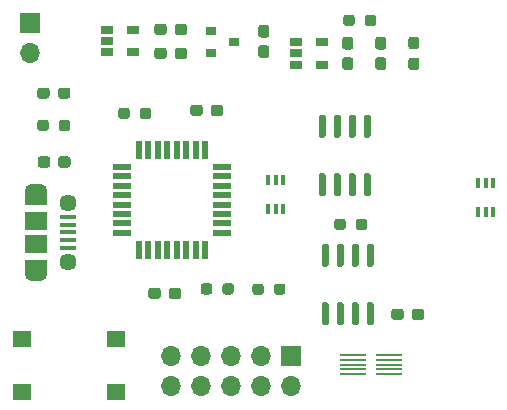
<source format=gbr>
%TF.GenerationSoftware,KiCad,Pcbnew,(5.1.9)-1*%
%TF.CreationDate,2021-05-13T10:13:02+02:00*%
%TF.ProjectId,TFG_LOPEZ_GIMENEZ,5446475f-4c4f-4504-955a-5f47494d454e,rev?*%
%TF.SameCoordinates,Original*%
%TF.FileFunction,Soldermask,Top*%
%TF.FilePolarity,Negative*%
%FSLAX46Y46*%
G04 Gerber Fmt 4.6, Leading zero omitted, Abs format (unit mm)*
G04 Created by KiCad (PCBNEW (5.1.9)-1) date 2021-05-13 10:13:02*
%MOMM*%
%LPD*%
G01*
G04 APERTURE LIST*
%ADD10R,2.200000X0.250000*%
%ADD11R,0.299999X0.899998*%
%ADD12O,1.700000X1.700000*%
%ADD13R,1.700000X1.700000*%
%ADD14R,1.900000X1.200000*%
%ADD15O,1.900000X1.200000*%
%ADD16R,1.900000X1.500000*%
%ADD17C,1.450000*%
%ADD18R,1.350000X0.400000*%
%ADD19R,1.060000X0.650000*%
%ADD20R,0.900000X0.800000*%
%ADD21R,1.600000X1.400000*%
%ADD22R,1.600000X0.550000*%
%ADD23R,0.550000X1.600000*%
G04 APERTURE END LIST*
D10*
%TO.C,U5*%
X47450000Y-49750000D03*
X47450000Y-49350000D03*
X47450000Y-48950000D03*
X47450000Y-48550000D03*
X47450000Y-48150000D03*
X44350000Y-48150000D03*
X44350000Y-48550000D03*
X44350000Y-48950000D03*
X44350000Y-49350000D03*
X44350000Y-49750000D03*
%TD*%
D11*
%TO.C,U7*%
X54975999Y-33598001D03*
X55626000Y-33598001D03*
X56275999Y-33598001D03*
X56275999Y-35997999D03*
X55626000Y-35997999D03*
X54975999Y-35997999D03*
%TD*%
%TO.C,U4*%
X37195999Y-35743999D03*
X37846000Y-35743999D03*
X38495999Y-35743999D03*
X38495999Y-33344001D03*
X37846000Y-33344001D03*
X37195999Y-33344001D03*
%TD*%
D12*
%TO.C,J2*%
X28956000Y-50800000D03*
X28956000Y-48260000D03*
X31496000Y-50800000D03*
X31496000Y-48260000D03*
X34036000Y-50800000D03*
X34036000Y-48260000D03*
X36576000Y-50800000D03*
X36576000Y-48260000D03*
X39116000Y-50800000D03*
D13*
X39116000Y-48260000D03*
%TD*%
%TO.C,D5*%
G36*
G01*
X49767500Y-22256000D02*
X49292500Y-22256000D01*
G75*
G02*
X49055000Y-22018500I0J237500D01*
G01*
X49055000Y-21443500D01*
G75*
G02*
X49292500Y-21206000I237500J0D01*
G01*
X49767500Y-21206000D01*
G75*
G02*
X50005000Y-21443500I0J-237500D01*
G01*
X50005000Y-22018500D01*
G75*
G02*
X49767500Y-22256000I-237500J0D01*
G01*
G37*
G36*
G01*
X49767500Y-24006000D02*
X49292500Y-24006000D01*
G75*
G02*
X49055000Y-23768500I0J237500D01*
G01*
X49055000Y-23193500D01*
G75*
G02*
X49292500Y-22956000I237500J0D01*
G01*
X49767500Y-22956000D01*
G75*
G02*
X50005000Y-23193500I0J-237500D01*
G01*
X50005000Y-23768500D01*
G75*
G02*
X49767500Y-24006000I-237500J0D01*
G01*
G37*
%TD*%
%TO.C,D2*%
G36*
G01*
X18700000Y-25734000D02*
X18700000Y-26209000D01*
G75*
G02*
X18462500Y-26446500I-237500J0D01*
G01*
X17887500Y-26446500D01*
G75*
G02*
X17650000Y-26209000I0J237500D01*
G01*
X17650000Y-25734000D01*
G75*
G02*
X17887500Y-25496500I237500J0D01*
G01*
X18462500Y-25496500D01*
G75*
G02*
X18700000Y-25734000I0J-237500D01*
G01*
G37*
G36*
G01*
X20450000Y-25734000D02*
X20450000Y-26209000D01*
G75*
G02*
X20212500Y-26446500I-237500J0D01*
G01*
X19637500Y-26446500D01*
G75*
G02*
X19400000Y-26209000I0J237500D01*
G01*
X19400000Y-25734000D01*
G75*
G02*
X19637500Y-25496500I237500J0D01*
G01*
X20212500Y-25496500D01*
G75*
G02*
X20450000Y-25734000I0J-237500D01*
G01*
G37*
%TD*%
%TO.C,D1*%
G36*
G01*
X31654000Y-27194500D02*
X31654000Y-27669500D01*
G75*
G02*
X31416500Y-27907000I-237500J0D01*
G01*
X30841500Y-27907000D01*
G75*
G02*
X30604000Y-27669500I0J237500D01*
G01*
X30604000Y-27194500D01*
G75*
G02*
X30841500Y-26957000I237500J0D01*
G01*
X31416500Y-26957000D01*
G75*
G02*
X31654000Y-27194500I0J-237500D01*
G01*
G37*
G36*
G01*
X33404000Y-27194500D02*
X33404000Y-27669500D01*
G75*
G02*
X33166500Y-27907000I-237500J0D01*
G01*
X32591500Y-27907000D01*
G75*
G02*
X32354000Y-27669500I0J237500D01*
G01*
X32354000Y-27194500D01*
G75*
G02*
X32591500Y-26957000I237500J0D01*
G01*
X33166500Y-26957000D01*
G75*
G02*
X33404000Y-27194500I0J-237500D01*
G01*
G37*
%TD*%
%TO.C,C8*%
G36*
G01*
X46498500Y-22931000D02*
X46973500Y-22931000D01*
G75*
G02*
X47211000Y-23168500I0J-237500D01*
G01*
X47211000Y-23768500D01*
G75*
G02*
X46973500Y-24006000I-237500J0D01*
G01*
X46498500Y-24006000D01*
G75*
G02*
X46261000Y-23768500I0J237500D01*
G01*
X46261000Y-23168500D01*
G75*
G02*
X46498500Y-22931000I237500J0D01*
G01*
G37*
G36*
G01*
X46498500Y-21206000D02*
X46973500Y-21206000D01*
G75*
G02*
X47211000Y-21443500I0J-237500D01*
G01*
X47211000Y-22043500D01*
G75*
G02*
X46973500Y-22281000I-237500J0D01*
G01*
X46498500Y-22281000D01*
G75*
G02*
X46261000Y-22043500I0J237500D01*
G01*
X46261000Y-21443500D01*
G75*
G02*
X46498500Y-21206000I237500J0D01*
G01*
G37*
%TD*%
%TO.C,C7*%
G36*
G01*
X43704500Y-22931000D02*
X44179500Y-22931000D01*
G75*
G02*
X44417000Y-23168500I0J-237500D01*
G01*
X44417000Y-23768500D01*
G75*
G02*
X44179500Y-24006000I-237500J0D01*
G01*
X43704500Y-24006000D01*
G75*
G02*
X43467000Y-23768500I0J237500D01*
G01*
X43467000Y-23168500D01*
G75*
G02*
X43704500Y-22931000I237500J0D01*
G01*
G37*
G36*
G01*
X43704500Y-21206000D02*
X44179500Y-21206000D01*
G75*
G02*
X44417000Y-21443500I0J-237500D01*
G01*
X44417000Y-22043500D01*
G75*
G02*
X44179500Y-22281000I-237500J0D01*
G01*
X43704500Y-22281000D01*
G75*
G02*
X43467000Y-22043500I0J237500D01*
G01*
X43467000Y-21443500D01*
G75*
G02*
X43704500Y-21206000I237500J0D01*
G01*
G37*
%TD*%
%TO.C,C6*%
G36*
G01*
X36592500Y-21915000D02*
X37067500Y-21915000D01*
G75*
G02*
X37305000Y-22152500I0J-237500D01*
G01*
X37305000Y-22752500D01*
G75*
G02*
X37067500Y-22990000I-237500J0D01*
G01*
X36592500Y-22990000D01*
G75*
G02*
X36355000Y-22752500I0J237500D01*
G01*
X36355000Y-22152500D01*
G75*
G02*
X36592500Y-21915000I237500J0D01*
G01*
G37*
G36*
G01*
X36592500Y-20190000D02*
X37067500Y-20190000D01*
G75*
G02*
X37305000Y-20427500I0J-237500D01*
G01*
X37305000Y-21027500D01*
G75*
G02*
X37067500Y-21265000I-237500J0D01*
G01*
X36592500Y-21265000D01*
G75*
G02*
X36355000Y-21027500I0J237500D01*
G01*
X36355000Y-20427500D01*
G75*
G02*
X36592500Y-20190000I237500J0D01*
G01*
G37*
%TD*%
%TO.C,C5*%
G36*
G01*
X48697000Y-44466500D02*
X48697000Y-44941500D01*
G75*
G02*
X48459500Y-45179000I-237500J0D01*
G01*
X47859500Y-45179000D01*
G75*
G02*
X47622000Y-44941500I0J237500D01*
G01*
X47622000Y-44466500D01*
G75*
G02*
X47859500Y-44229000I237500J0D01*
G01*
X48459500Y-44229000D01*
G75*
G02*
X48697000Y-44466500I0J-237500D01*
G01*
G37*
G36*
G01*
X50422000Y-44466500D02*
X50422000Y-44941500D01*
G75*
G02*
X50184500Y-45179000I-237500J0D01*
G01*
X49584500Y-45179000D01*
G75*
G02*
X49347000Y-44941500I0J237500D01*
G01*
X49347000Y-44466500D01*
G75*
G02*
X49584500Y-44229000I237500J0D01*
G01*
X50184500Y-44229000D01*
G75*
G02*
X50422000Y-44466500I0J-237500D01*
G01*
G37*
%TD*%
%TO.C,C4*%
G36*
G01*
X29281000Y-20811500D02*
X29281000Y-20336500D01*
G75*
G02*
X29518500Y-20099000I237500J0D01*
G01*
X30118500Y-20099000D01*
G75*
G02*
X30356000Y-20336500I0J-237500D01*
G01*
X30356000Y-20811500D01*
G75*
G02*
X30118500Y-21049000I-237500J0D01*
G01*
X29518500Y-21049000D01*
G75*
G02*
X29281000Y-20811500I0J237500D01*
G01*
G37*
G36*
G01*
X27556000Y-20811500D02*
X27556000Y-20336500D01*
G75*
G02*
X27793500Y-20099000I237500J0D01*
G01*
X28393500Y-20099000D01*
G75*
G02*
X28631000Y-20336500I0J-237500D01*
G01*
X28631000Y-20811500D01*
G75*
G02*
X28393500Y-21049000I-237500J0D01*
G01*
X27793500Y-21049000D01*
G75*
G02*
X27556000Y-20811500I0J237500D01*
G01*
G37*
%TD*%
%TO.C,C3*%
G36*
G01*
X29281000Y-22843500D02*
X29281000Y-22368500D01*
G75*
G02*
X29518500Y-22131000I237500J0D01*
G01*
X30118500Y-22131000D01*
G75*
G02*
X30356000Y-22368500I0J-237500D01*
G01*
X30356000Y-22843500D01*
G75*
G02*
X30118500Y-23081000I-237500J0D01*
G01*
X29518500Y-23081000D01*
G75*
G02*
X29281000Y-22843500I0J237500D01*
G01*
G37*
G36*
G01*
X27556000Y-22843500D02*
X27556000Y-22368500D01*
G75*
G02*
X27793500Y-22131000I237500J0D01*
G01*
X28393500Y-22131000D01*
G75*
G02*
X28631000Y-22368500I0J-237500D01*
G01*
X28631000Y-22843500D01*
G75*
G02*
X28393500Y-23081000I-237500J0D01*
G01*
X27793500Y-23081000D01*
G75*
G02*
X27556000Y-22843500I0J237500D01*
G01*
G37*
%TD*%
%TO.C,C2*%
G36*
G01*
X18750400Y-31563300D02*
X18750400Y-32038300D01*
G75*
G02*
X18512900Y-32275800I-237500J0D01*
G01*
X17912900Y-32275800D01*
G75*
G02*
X17675400Y-32038300I0J237500D01*
G01*
X17675400Y-31563300D01*
G75*
G02*
X17912900Y-31325800I237500J0D01*
G01*
X18512900Y-31325800D01*
G75*
G02*
X18750400Y-31563300I0J-237500D01*
G01*
G37*
G36*
G01*
X20475400Y-31563300D02*
X20475400Y-32038300D01*
G75*
G02*
X20237900Y-32275800I-237500J0D01*
G01*
X19637900Y-32275800D01*
G75*
G02*
X19400400Y-32038300I0J237500D01*
G01*
X19400400Y-31563300D01*
G75*
G02*
X19637900Y-31325800I237500J0D01*
G01*
X20237900Y-31325800D01*
G75*
G02*
X20475400Y-31563300I0J-237500D01*
G01*
G37*
%TD*%
%TO.C,C1*%
G36*
G01*
X28773000Y-43163500D02*
X28773000Y-42688500D01*
G75*
G02*
X29010500Y-42451000I237500J0D01*
G01*
X29610500Y-42451000D01*
G75*
G02*
X29848000Y-42688500I0J-237500D01*
G01*
X29848000Y-43163500D01*
G75*
G02*
X29610500Y-43401000I-237500J0D01*
G01*
X29010500Y-43401000D01*
G75*
G02*
X28773000Y-43163500I0J237500D01*
G01*
G37*
G36*
G01*
X27048000Y-43163500D02*
X27048000Y-42688500D01*
G75*
G02*
X27285500Y-42451000I237500J0D01*
G01*
X27885500Y-42451000D01*
G75*
G02*
X28123000Y-42688500I0J-237500D01*
G01*
X28123000Y-43163500D01*
G75*
G02*
X27885500Y-43401000I-237500J0D01*
G01*
X27285500Y-43401000D01*
G75*
G02*
X27048000Y-43163500I0J237500D01*
G01*
G37*
%TD*%
D14*
%TO.C,J1*%
X17558500Y-34869800D03*
X17558500Y-40669800D03*
D15*
X17558500Y-41269800D03*
X17558500Y-34269800D03*
D16*
X17558500Y-36769800D03*
D17*
X20258500Y-40269800D03*
D18*
X20258500Y-37769800D03*
X20258500Y-38419800D03*
X20258500Y-39069800D03*
X20258500Y-36469800D03*
X20258500Y-37119800D03*
D17*
X20258500Y-35269800D03*
D16*
X17558500Y-38769800D03*
%TD*%
%TO.C,U2*%
G36*
G01*
X42187000Y-40664000D02*
X41887000Y-40664000D01*
G75*
G02*
X41737000Y-40514000I0J150000D01*
G01*
X41737000Y-38864000D01*
G75*
G02*
X41887000Y-38714000I150000J0D01*
G01*
X42187000Y-38714000D01*
G75*
G02*
X42337000Y-38864000I0J-150000D01*
G01*
X42337000Y-40514000D01*
G75*
G02*
X42187000Y-40664000I-150000J0D01*
G01*
G37*
G36*
G01*
X43457000Y-40664000D02*
X43157000Y-40664000D01*
G75*
G02*
X43007000Y-40514000I0J150000D01*
G01*
X43007000Y-38864000D01*
G75*
G02*
X43157000Y-38714000I150000J0D01*
G01*
X43457000Y-38714000D01*
G75*
G02*
X43607000Y-38864000I0J-150000D01*
G01*
X43607000Y-40514000D01*
G75*
G02*
X43457000Y-40664000I-150000J0D01*
G01*
G37*
G36*
G01*
X44727000Y-40664000D02*
X44427000Y-40664000D01*
G75*
G02*
X44277000Y-40514000I0J150000D01*
G01*
X44277000Y-38864000D01*
G75*
G02*
X44427000Y-38714000I150000J0D01*
G01*
X44727000Y-38714000D01*
G75*
G02*
X44877000Y-38864000I0J-150000D01*
G01*
X44877000Y-40514000D01*
G75*
G02*
X44727000Y-40664000I-150000J0D01*
G01*
G37*
G36*
G01*
X45997000Y-40664000D02*
X45697000Y-40664000D01*
G75*
G02*
X45547000Y-40514000I0J150000D01*
G01*
X45547000Y-38864000D01*
G75*
G02*
X45697000Y-38714000I150000J0D01*
G01*
X45997000Y-38714000D01*
G75*
G02*
X46147000Y-38864000I0J-150000D01*
G01*
X46147000Y-40514000D01*
G75*
G02*
X45997000Y-40664000I-150000J0D01*
G01*
G37*
G36*
G01*
X45997000Y-45614000D02*
X45697000Y-45614000D01*
G75*
G02*
X45547000Y-45464000I0J150000D01*
G01*
X45547000Y-43814000D01*
G75*
G02*
X45697000Y-43664000I150000J0D01*
G01*
X45997000Y-43664000D01*
G75*
G02*
X46147000Y-43814000I0J-150000D01*
G01*
X46147000Y-45464000D01*
G75*
G02*
X45997000Y-45614000I-150000J0D01*
G01*
G37*
G36*
G01*
X44727000Y-45614000D02*
X44427000Y-45614000D01*
G75*
G02*
X44277000Y-45464000I0J150000D01*
G01*
X44277000Y-43814000D01*
G75*
G02*
X44427000Y-43664000I150000J0D01*
G01*
X44727000Y-43664000D01*
G75*
G02*
X44877000Y-43814000I0J-150000D01*
G01*
X44877000Y-45464000D01*
G75*
G02*
X44727000Y-45614000I-150000J0D01*
G01*
G37*
G36*
G01*
X43457000Y-45614000D02*
X43157000Y-45614000D01*
G75*
G02*
X43007000Y-45464000I0J150000D01*
G01*
X43007000Y-43814000D01*
G75*
G02*
X43157000Y-43664000I150000J0D01*
G01*
X43457000Y-43664000D01*
G75*
G02*
X43607000Y-43814000I0J-150000D01*
G01*
X43607000Y-45464000D01*
G75*
G02*
X43457000Y-45614000I-150000J0D01*
G01*
G37*
G36*
G01*
X42187000Y-45614000D02*
X41887000Y-45614000D01*
G75*
G02*
X41737000Y-45464000I0J150000D01*
G01*
X41737000Y-43814000D01*
G75*
G02*
X41887000Y-43664000I150000J0D01*
G01*
X42187000Y-43664000D01*
G75*
G02*
X42337000Y-43814000I0J-150000D01*
G01*
X42337000Y-45464000D01*
G75*
G02*
X42187000Y-45614000I-150000J0D01*
G01*
G37*
%TD*%
D19*
%TO.C,U3*%
X25788800Y-20614600D03*
X25788800Y-22514600D03*
X23588800Y-22514600D03*
X23588800Y-21564600D03*
X23588800Y-20614600D03*
%TD*%
%TO.C,R2*%
G36*
G01*
X17650000Y-28939500D02*
X17650000Y-28464500D01*
G75*
G02*
X17887500Y-28227000I237500J0D01*
G01*
X18387500Y-28227000D01*
G75*
G02*
X18625000Y-28464500I0J-237500D01*
G01*
X18625000Y-28939500D01*
G75*
G02*
X18387500Y-29177000I-237500J0D01*
G01*
X17887500Y-29177000D01*
G75*
G02*
X17650000Y-28939500I0J237500D01*
G01*
G37*
G36*
G01*
X19475000Y-28939500D02*
X19475000Y-28464500D01*
G75*
G02*
X19712500Y-28227000I237500J0D01*
G01*
X20212500Y-28227000D01*
G75*
G02*
X20450000Y-28464500I0J-237500D01*
G01*
X20450000Y-28939500D01*
G75*
G02*
X20212500Y-29177000I-237500J0D01*
G01*
X19712500Y-29177000D01*
G75*
G02*
X19475000Y-28939500I0J237500D01*
G01*
G37*
%TD*%
D13*
%TO.C,BT1*%
X17018000Y-20066000D03*
D12*
X17018000Y-22606000D03*
%TD*%
D20*
%TO.C,D3*%
X32350200Y-20690800D03*
X32350200Y-22590800D03*
X34350200Y-21640800D03*
%TD*%
%TO.C,R1*%
G36*
G01*
X24508000Y-27923500D02*
X24508000Y-27448500D01*
G75*
G02*
X24745500Y-27211000I237500J0D01*
G01*
X25245500Y-27211000D01*
G75*
G02*
X25483000Y-27448500I0J-237500D01*
G01*
X25483000Y-27923500D01*
G75*
G02*
X25245500Y-28161000I-237500J0D01*
G01*
X24745500Y-28161000D01*
G75*
G02*
X24508000Y-27923500I0J237500D01*
G01*
G37*
G36*
G01*
X26333000Y-27923500D02*
X26333000Y-27448500D01*
G75*
G02*
X26570500Y-27211000I237500J0D01*
G01*
X27070500Y-27211000D01*
G75*
G02*
X27308000Y-27448500I0J-237500D01*
G01*
X27308000Y-27923500D01*
G75*
G02*
X27070500Y-28161000I-237500J0D01*
G01*
X26570500Y-28161000D01*
G75*
G02*
X26333000Y-27923500I0J237500D01*
G01*
G37*
%TD*%
%TO.C,R3*%
G36*
G01*
X44621000Y-37321500D02*
X44621000Y-36846500D01*
G75*
G02*
X44858500Y-36609000I237500J0D01*
G01*
X45358500Y-36609000D01*
G75*
G02*
X45596000Y-36846500I0J-237500D01*
G01*
X45596000Y-37321500D01*
G75*
G02*
X45358500Y-37559000I-237500J0D01*
G01*
X44858500Y-37559000D01*
G75*
G02*
X44621000Y-37321500I0J237500D01*
G01*
G37*
G36*
G01*
X42796000Y-37321500D02*
X42796000Y-36846500D01*
G75*
G02*
X43033500Y-36609000I237500J0D01*
G01*
X43533500Y-36609000D01*
G75*
G02*
X43771000Y-36846500I0J-237500D01*
G01*
X43771000Y-37321500D01*
G75*
G02*
X43533500Y-37559000I-237500J0D01*
G01*
X43033500Y-37559000D01*
G75*
G02*
X42796000Y-37321500I0J237500D01*
G01*
G37*
%TD*%
%TO.C,R4*%
G36*
G01*
X45383000Y-20049500D02*
X45383000Y-19574500D01*
G75*
G02*
X45620500Y-19337000I237500J0D01*
G01*
X46120500Y-19337000D01*
G75*
G02*
X46358000Y-19574500I0J-237500D01*
G01*
X46358000Y-20049500D01*
G75*
G02*
X46120500Y-20287000I-237500J0D01*
G01*
X45620500Y-20287000D01*
G75*
G02*
X45383000Y-20049500I0J237500D01*
G01*
G37*
G36*
G01*
X43558000Y-20049500D02*
X43558000Y-19574500D01*
G75*
G02*
X43795500Y-19337000I237500J0D01*
G01*
X44295500Y-19337000D01*
G75*
G02*
X44533000Y-19574500I0J-237500D01*
G01*
X44533000Y-20049500D01*
G75*
G02*
X44295500Y-20287000I-237500J0D01*
G01*
X43795500Y-20287000D01*
G75*
G02*
X43558000Y-20049500I0J237500D01*
G01*
G37*
%TD*%
%TO.C,R5*%
G36*
G01*
X32468000Y-42307500D02*
X32468000Y-42782500D01*
G75*
G02*
X32230500Y-43020000I-237500J0D01*
G01*
X31730500Y-43020000D01*
G75*
G02*
X31493000Y-42782500I0J237500D01*
G01*
X31493000Y-42307500D01*
G75*
G02*
X31730500Y-42070000I237500J0D01*
G01*
X32230500Y-42070000D01*
G75*
G02*
X32468000Y-42307500I0J-237500D01*
G01*
G37*
G36*
G01*
X34293000Y-42307500D02*
X34293000Y-42782500D01*
G75*
G02*
X34055500Y-43020000I-237500J0D01*
G01*
X33555500Y-43020000D01*
G75*
G02*
X33318000Y-42782500I0J237500D01*
G01*
X33318000Y-42307500D01*
G75*
G02*
X33555500Y-42070000I237500J0D01*
G01*
X34055500Y-42070000D01*
G75*
G02*
X34293000Y-42307500I0J-237500D01*
G01*
G37*
%TD*%
%TO.C,R6*%
G36*
G01*
X36836800Y-42332900D02*
X36836800Y-42807900D01*
G75*
G02*
X36599300Y-43045400I-237500J0D01*
G01*
X36099300Y-43045400D01*
G75*
G02*
X35861800Y-42807900I0J237500D01*
G01*
X35861800Y-42332900D01*
G75*
G02*
X36099300Y-42095400I237500J0D01*
G01*
X36599300Y-42095400D01*
G75*
G02*
X36836800Y-42332900I0J-237500D01*
G01*
G37*
G36*
G01*
X38661800Y-42332900D02*
X38661800Y-42807900D01*
G75*
G02*
X38424300Y-43045400I-237500J0D01*
G01*
X37924300Y-43045400D01*
G75*
G02*
X37686800Y-42807900I0J237500D01*
G01*
X37686800Y-42332900D01*
G75*
G02*
X37924300Y-42095400I237500J0D01*
G01*
X38424300Y-42095400D01*
G75*
G02*
X38661800Y-42332900I0J-237500D01*
G01*
G37*
%TD*%
D21*
%TO.C,SW1*%
X16320000Y-51272000D03*
X24320000Y-51272000D03*
X16320000Y-46772000D03*
X24320000Y-46772000D03*
%TD*%
D22*
%TO.C,U1*%
X33307600Y-37801200D03*
X33307600Y-37001200D03*
X33307600Y-36201200D03*
X33307600Y-35401200D03*
X33307600Y-34601200D03*
X33307600Y-33801200D03*
X33307600Y-33001200D03*
X33307600Y-32201200D03*
D23*
X31857600Y-30751200D03*
X31057600Y-30751200D03*
X30257600Y-30751200D03*
X29457600Y-30751200D03*
X28657600Y-30751200D03*
X27857600Y-30751200D03*
X27057600Y-30751200D03*
X26257600Y-30751200D03*
D22*
X24807600Y-32201200D03*
X24807600Y-33001200D03*
X24807600Y-33801200D03*
X24807600Y-34601200D03*
X24807600Y-35401200D03*
X24807600Y-36201200D03*
X24807600Y-37001200D03*
X24807600Y-37801200D03*
D23*
X26257600Y-39251200D03*
X27057600Y-39251200D03*
X27857600Y-39251200D03*
X28657600Y-39251200D03*
X29457600Y-39251200D03*
X30257600Y-39251200D03*
X31057600Y-39251200D03*
X31857600Y-39251200D03*
%TD*%
D19*
%TO.C,U6*%
X39590800Y-21656000D03*
X39590800Y-22606000D03*
X39590800Y-23556000D03*
X41790800Y-23556000D03*
X41790800Y-21656000D03*
%TD*%
%TO.C,U8*%
G36*
G01*
X41933000Y-34692000D02*
X41633000Y-34692000D01*
G75*
G02*
X41483000Y-34542000I0J150000D01*
G01*
X41483000Y-32892000D01*
G75*
G02*
X41633000Y-32742000I150000J0D01*
G01*
X41933000Y-32742000D01*
G75*
G02*
X42083000Y-32892000I0J-150000D01*
G01*
X42083000Y-34542000D01*
G75*
G02*
X41933000Y-34692000I-150000J0D01*
G01*
G37*
G36*
G01*
X43203000Y-34692000D02*
X42903000Y-34692000D01*
G75*
G02*
X42753000Y-34542000I0J150000D01*
G01*
X42753000Y-32892000D01*
G75*
G02*
X42903000Y-32742000I150000J0D01*
G01*
X43203000Y-32742000D01*
G75*
G02*
X43353000Y-32892000I0J-150000D01*
G01*
X43353000Y-34542000D01*
G75*
G02*
X43203000Y-34692000I-150000J0D01*
G01*
G37*
G36*
G01*
X44473000Y-34692000D02*
X44173000Y-34692000D01*
G75*
G02*
X44023000Y-34542000I0J150000D01*
G01*
X44023000Y-32892000D01*
G75*
G02*
X44173000Y-32742000I150000J0D01*
G01*
X44473000Y-32742000D01*
G75*
G02*
X44623000Y-32892000I0J-150000D01*
G01*
X44623000Y-34542000D01*
G75*
G02*
X44473000Y-34692000I-150000J0D01*
G01*
G37*
G36*
G01*
X45743000Y-34692000D02*
X45443000Y-34692000D01*
G75*
G02*
X45293000Y-34542000I0J150000D01*
G01*
X45293000Y-32892000D01*
G75*
G02*
X45443000Y-32742000I150000J0D01*
G01*
X45743000Y-32742000D01*
G75*
G02*
X45893000Y-32892000I0J-150000D01*
G01*
X45893000Y-34542000D01*
G75*
G02*
X45743000Y-34692000I-150000J0D01*
G01*
G37*
G36*
G01*
X45743000Y-29742000D02*
X45443000Y-29742000D01*
G75*
G02*
X45293000Y-29592000I0J150000D01*
G01*
X45293000Y-27942000D01*
G75*
G02*
X45443000Y-27792000I150000J0D01*
G01*
X45743000Y-27792000D01*
G75*
G02*
X45893000Y-27942000I0J-150000D01*
G01*
X45893000Y-29592000D01*
G75*
G02*
X45743000Y-29742000I-150000J0D01*
G01*
G37*
G36*
G01*
X44473000Y-29742000D02*
X44173000Y-29742000D01*
G75*
G02*
X44023000Y-29592000I0J150000D01*
G01*
X44023000Y-27942000D01*
G75*
G02*
X44173000Y-27792000I150000J0D01*
G01*
X44473000Y-27792000D01*
G75*
G02*
X44623000Y-27942000I0J-150000D01*
G01*
X44623000Y-29592000D01*
G75*
G02*
X44473000Y-29742000I-150000J0D01*
G01*
G37*
G36*
G01*
X43203000Y-29742000D02*
X42903000Y-29742000D01*
G75*
G02*
X42753000Y-29592000I0J150000D01*
G01*
X42753000Y-27942000D01*
G75*
G02*
X42903000Y-27792000I150000J0D01*
G01*
X43203000Y-27792000D01*
G75*
G02*
X43353000Y-27942000I0J-150000D01*
G01*
X43353000Y-29592000D01*
G75*
G02*
X43203000Y-29742000I-150000J0D01*
G01*
G37*
G36*
G01*
X41933000Y-29742000D02*
X41633000Y-29742000D01*
G75*
G02*
X41483000Y-29592000I0J150000D01*
G01*
X41483000Y-27942000D01*
G75*
G02*
X41633000Y-27792000I150000J0D01*
G01*
X41933000Y-27792000D01*
G75*
G02*
X42083000Y-27942000I0J-150000D01*
G01*
X42083000Y-29592000D01*
G75*
G02*
X41933000Y-29742000I-150000J0D01*
G01*
G37*
%TD*%
M02*

</source>
